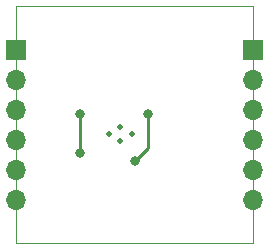
<source format=gbr>
G04 #@! TF.GenerationSoftware,KiCad,Pcbnew,(5.99.0-11522-g728b160719)*
G04 #@! TF.CreationDate,2021-08-02T20:33:24+10:00*
G04 #@! TF.ProjectId,DC-DC,44432d44-432e-46b6-9963-61645f706362,0.2*
G04 #@! TF.SameCoordinates,Original*
G04 #@! TF.FileFunction,Copper,L2,Bot*
G04 #@! TF.FilePolarity,Positive*
%FSLAX46Y46*%
G04 Gerber Fmt 4.6, Leading zero omitted, Abs format (unit mm)*
G04 Created by KiCad (PCBNEW (5.99.0-11522-g728b160719)) date 2021-08-02 20:33:24*
%MOMM*%
%LPD*%
G01*
G04 APERTURE LIST*
G04 #@! TA.AperFunction,Profile*
%ADD10C,0.100000*%
G04 #@! TD*
G04 #@! TA.AperFunction,ComponentPad*
%ADD11R,1.700000X1.700000*%
G04 #@! TD*
G04 #@! TA.AperFunction,ComponentPad*
%ADD12O,1.700000X1.700000*%
G04 #@! TD*
G04 #@! TA.AperFunction,ComponentPad*
%ADD13C,0.500000*%
G04 #@! TD*
G04 #@! TA.AperFunction,ViaPad*
%ADD14C,0.800000*%
G04 #@! TD*
G04 #@! TA.AperFunction,Conductor*
%ADD15C,0.250000*%
G04 #@! TD*
G04 APERTURE END LIST*
D10*
X109474000Y-73152000D02*
X89408000Y-73152000D01*
X89408000Y-73152000D02*
X89408000Y-53086000D01*
X89408000Y-53086000D02*
X109474000Y-53086000D01*
X109474000Y-53086000D02*
X109474000Y-73152000D01*
D11*
G04 #@! TO.P,J2,1,Pin_1*
G04 #@! TO.N,N/C*
X109474000Y-56794000D03*
D12*
G04 #@! TO.P,J2,2,Pin_2*
G04 #@! TO.N,+3V3*
X109474000Y-59334000D03*
G04 #@! TO.P,J2,3,Pin_3*
X109474000Y-61874000D03*
G04 #@! TO.P,J2,4,Pin_4*
G04 #@! TO.N,GND*
X109474000Y-64414000D03*
G04 #@! TO.P,J2,5,Pin_5*
X109474000Y-66954000D03*
G04 #@! TO.P,J2,6,Pin_6*
G04 #@! TO.N,N/C*
X109474000Y-69494000D03*
G04 #@! TD*
D11*
G04 #@! TO.P,J1,1,Pin_1*
G04 #@! TO.N,N/C*
X89408000Y-56794000D03*
D12*
G04 #@! TO.P,J1,2,Pin_2*
G04 #@! TO.N,VSS*
X89408000Y-59334000D03*
G04 #@! TO.P,J1,3,Pin_3*
X89408000Y-61874000D03*
G04 #@! TO.P,J1,4,Pin_4*
G04 #@! TO.N,GND*
X89408000Y-64414000D03*
G04 #@! TO.P,J1,5,Pin_5*
X89408000Y-66954000D03*
G04 #@! TO.P,J1,6,Pin_6*
G04 #@! TO.N,N/C*
X89408000Y-69494000D03*
G04 #@! TD*
D13*
G04 #@! TO.P,U1,11,PGND*
G04 #@! TO.N,GND*
X99164500Y-63881000D03*
X98214500Y-64456000D03*
X98214500Y-63306000D03*
X97264500Y-63881000D03*
G04 #@! TD*
D14*
G04 #@! TO.N,+3V3*
X99484500Y-66167000D03*
X100584000Y-62230000D03*
G04 #@! TO.N,VSS*
X94785500Y-65532000D03*
X94785500Y-62230000D03*
G04 #@! TD*
D15*
G04 #@! TO.N,+3V3*
X100584000Y-65067500D02*
X100584000Y-62230000D01*
X99484500Y-66167000D02*
X100584000Y-65067500D01*
G04 #@! TO.N,VSS*
X94785500Y-65532000D02*
X94785500Y-62230000D01*
G04 #@! TD*
M02*

</source>
